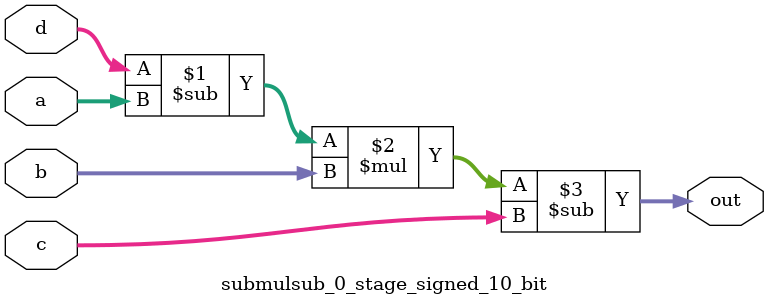
<source format=sv>
(* use_dsp = "yes" *) module submulsub_0_stage_signed_10_bit(
	input signed [9:0] a,
	input signed [9:0] b,
	input signed [9:0] c,
	input signed [9:0] d,
	output [9:0] out
	);

	assign out = ((d - a) * b) - c;
endmodule

</source>
